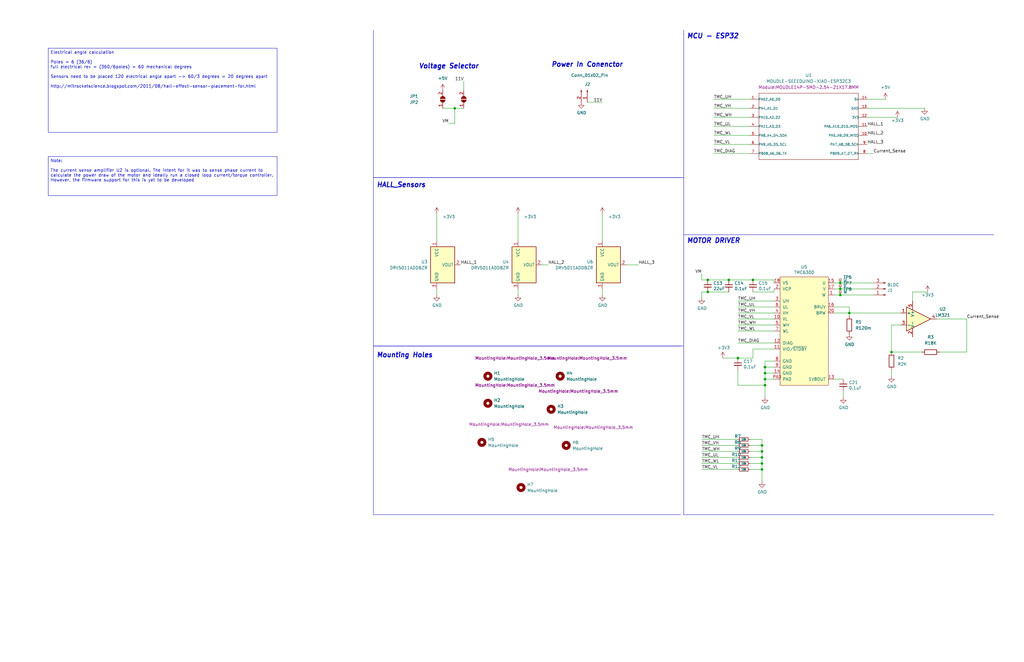
<source format=kicad_sch>
(kicad_sch (version 20230121) (generator eeschema)
  (paper "B")
  (title_block (title "PCB_Motor") (company "Saral Tayal / Rexlab"))
  (lib_symbols
    (symbol "Amplifier_Operational:LM321" (pin_names (offset 0.127))
      (property "Reference" "U" (at 0 7.62 0))
      (property "Value" "LM321" (at 0 5.08 0))
      (symbol "LM321_0_1"
        (polyline (pts (xy -5.08 5.08) (xy 5.08 0) (xy -5.08 -5.08) (xy -5.08 5.08)) (stroke (width 0.254)) (fill (type background)))
      )
      (symbol "LM321_1_1"
        (pin input line (at -7.62 2.54 0) (length 2.54) (name "+") (number "1"))
        (pin power_in line (at -2.54 -7.62 90) (length 3.81) (name "V-") (number "2"))
        (pin input line (at -7.62 -2.54 0) (length 2.54) (name "-") (number "3"))
        (pin output line (at 7.62 0 180) (length 2.54) (name "~") (number "4"))
        (pin power_in line (at -2.54 7.62 270) (length 3.81) (name "V+") (number "5"))
      )
    )
    (symbol "Connector:Conn_01x02_Pin" (pin_names (offset 1.016) hide)
      (property "Reference" "J" (at 0 2.54 0))
      (property "Value" "Conn_01x02_Pin" (at 0 -5.08 0))
      (symbol "Conn_01x02_Pin_1_1"
        (polyline (pts (xy 1.27 -2.54) (xy 0.8636 -2.54)) (stroke (width 0.1524)))
        (polyline (pts (xy 1.27 0) (xy 0.8636 0)) (stroke (width 0.1524)))
        (rectangle (start 0.8636 -2.413) (end 0 -2.667) (stroke (width 0.1524)) (fill (type outline)))
        (rectangle (start 0.8636 0.127) (end 0 -0.127) (stroke (width 0.1524)) (fill (type outline)))
        (pin passive line (at 5.08 0 180) (length 3.81) (name "Pin_1") (number "1"))
        (pin passive line (at 5.08 -2.54 180) (length 3.81) (name "Pin_2") (number "2"))
      )
    )
    (symbol "Connector:Conn_01x03_Male" (pin_names (offset 1.016) hide)
      (property "Reference" "J" (at 0 5.08 0))
      (property "Value" "Conn_01x03_Male" (at 0 -5.08 0))
      (symbol "Conn_01x03_Male_1_1"
        (polyline (pts (xy 1.27 -2.54) (xy 0.8636 -2.54)) (stroke (width 0.1524)))
        (polyline (pts (xy 1.27 0) (xy 0.8636 0)) (stroke (width 0.1524)))
        (polyline (pts (xy 1.27 2.54) (xy 0.8636 2.54)) (stroke (width 0.1524)))
        (rectangle (start 0.8636 -2.413) (end 0 -2.667) (stroke (width 0.1524)) (fill (type outline)))
        (rectangle (start 0.8636 0.127) (end 0 -0.127) (stroke (width 0.1524)) (fill (type outline)))
        (rectangle (start 0.8636 2.667) (end 0 2.413) (stroke (width 0.1524)) (fill (type outline)))
        (pin passive line (at 5.08 2.54 180) (length 3.81) (name "Pin_1") (number "1"))
        (pin passive line (at 5.08 0 180) (length 3.81) (name "Pin_2") (number "2"))
        (pin passive line (at 5.08 -2.54 180) (length 3.81) (name "Pin_3") (number "3"))
      )
    )
    (symbol "Connector:TestPoint_Small" (pin_numbers hide) (pin_names (offset 0.762) hide)
      (property "Reference" "TP" (at 0 3.81 0))
      (property "Value" "TestPoint_Small" (at 0 2.032 0))
      (symbol "TestPoint_Small_0_1"
        (circle (center 0 0) (radius 0.508))
      )
      (symbol "TestPoint_Small_1_1"
        (pin passive line (at 0 0 90) (length 0) (name "1") (number "1"))
      )
    )
    (symbol "Device:C_Small" (pin_numbers hide) (pin_names (offset 0.254) hide)
      (property "Reference" "C" (at 0.254 1.778 0))
      (property "Value" "C_Small" (at 0.254 -2.032 0))
      (symbol "C_Small_0_1"
        (polyline (pts (xy -1.524 -0.508) (xy 1.524 -0.508)) (stroke (width 0.3302)))
        (polyline (pts (xy -1.524 0.508) (xy 1.524 0.508)) (stroke (width 0.3048)))
      )
      (symbol "C_Small_1_1"
        (pin passive line (at 0 2.54 270) (length 2.032) (name "~") (number "1"))
        (pin passive line (at 0 -2.54 90) (length 2.032) (name "~") (number "2"))
      )
    )
    (symbol "Device:R" (pin_numbers hide) (pin_names (offset 0))
      (property "Reference" "R" (at 2.032 0 90))
      (property "Value" "R" (at 0 0 90))
      (symbol "R_0_1"
        (rectangle (start -1.016 -2.54) (end 1.016 2.54) (stroke (width 0.254)))
      )
      (symbol "R_1_1"
        (pin passive line (at 0 3.81 270) (length 1.27) (name "~") (number "1"))
        (pin passive line (at 0 -3.81 90) (length 1.27) (name "~") (number "2"))
      )
    )
    (symbol "Device:R_Small" (pin_numbers hide) (pin_names (offset 0.254) hide)
      (property "Reference" "R" (at 0.762 0.508 0))
      (property "Value" "R_Small" (at 0.762 -1.016 0))
      (symbol "R_Small_0_1"
        (rectangle (start -0.762 1.778) (end 0.762 -1.778) (stroke (width 0.2032)))
      )
      (symbol "R_Small_1_1"
        (pin passive line (at 0 2.54 270) (length 0.762) (name "~") (number "1"))
        (pin passive line (at 0 -2.54 90) (length 0.762) (name "~") (number "2"))
      )
    )
    (symbol "Jumper:SolderJumper_2_Open" (pin_names (offset 0) hide)
      (property "Reference" "JP" (at 0 2.032 0))
      (property "Value" "SolderJumper_2_Open" (at 0 -2.54 0))
      (symbol "SolderJumper_2_Open_0_1"
        (arc (start -0.254 1.016) (mid -1.2656 0) (end -0.254 -1.016))
        (arc (start -0.254 1.016) (mid -1.2656 0) (end -0.254 -1.016) (fill (type outline)))
        (polyline (pts (xy -0.254 1.016) (xy -0.254 -1.016)))
        (polyline (pts (xy 0.254 1.016) (xy 0.254 -1.016)))
        (arc (start 0.254 -1.016) (mid 1.2656 0) (end 0.254 1.016))
        (arc (start 0.254 -1.016) (mid 1.2656 0) (end 0.254 1.016) (fill (type outline)))
      )
      (symbol "SolderJumper_2_Open_1_1"
        (pin passive line (at -3.81 0 0) (length 2.54) (name "A") (number "1"))
        (pin passive line (at 3.81 0 180) (length 2.54) (name "B") (number "2"))
      )
    )
    (symbol "MOUDLE-SEEEDUINO-XIAO-ESP32C3:MOUDLE-SEEEDUINO-XIAO-ESP32C3" (pin_names (offset 1.016))
      (property "Reference" "U" (at -21.59 15.24 0))
      (property "Value" "MOUDLE-SEEEDUINO-XIAO-ESP32C3" (at -21.59 13.97 0))
      (property "Footprint" "MOUDLE14P-SMD-2.54-21X17.8MM" (at 0 0 0))
      (symbol "MOUDLE-SEEEDUINO-XIAO-ESP32C3_0_0"
        (polyline (pts (xy -21.59 -13.97) (xy -21.59 0)) (stroke (width 0.1524)))
        (polyline (pts (xy -21.59 -11.43) (xy -22.86 -11.43)) (stroke (width 0.1524)))
        (polyline (pts (xy -21.59 -7.62) (xy -22.86 -7.62)) (stroke (width 0.1524)))
        (polyline (pts (xy -21.59 -3.81) (xy -22.86 -3.81)) (stroke (width 0.1524)))
        (polyline (pts (xy -21.59 0) (xy -22.86 0)) (stroke (width 0.1524)))
        (polyline (pts (xy -21.59 0) (xy -21.59 3.81)) (stroke (width 0.1524)))
        (polyline (pts (xy -21.59 3.81) (xy -22.86 3.81)) (stroke (width 0.1524)))
        (polyline (pts (xy -21.59 3.81) (xy -21.59 7.62)) (stroke (width 0.1524)))
        (polyline (pts (xy -21.59 7.62) (xy -22.86 7.62)) (stroke (width 0.1524)))
        (polyline (pts (xy -21.59 7.62) (xy -21.59 11.43)) (stroke (width 0.1524)))
        (polyline (pts (xy -21.59 11.43) (xy -22.86 11.43)) (stroke (width 0.1524)))
        (polyline (pts (xy -21.59 11.43) (xy -21.59 13.97)) (stroke (width 0.1524)))
        (polyline (pts (xy -21.59 13.97) (xy 20.32 13.97)) (stroke (width 0.1524)))
        (polyline (pts (xy 20.32 -13.97) (xy -21.59 -13.97)) (stroke (width 0.1524)))
        (polyline (pts (xy 20.32 3.81) (xy 20.32 -13.97)) (stroke (width 0.1524)))
        (polyline (pts (xy 20.32 7.62) (xy 20.32 3.81)) (stroke (width 0.1524)))
        (polyline (pts (xy 20.32 11.43) (xy 20.32 7.62)) (stroke (width 0.1524)))
        (polyline (pts (xy 20.32 13.97) (xy 20.32 11.43)) (stroke (width 0.1524)))
        (polyline (pts (xy 21.59 -11.43) (xy 20.32 -11.43)) (stroke (width 0.1524)))
        (polyline (pts (xy 21.59 -7.62) (xy 20.32 -7.62)) (stroke (width 0.1524)))
        (polyline (pts (xy 21.59 -3.81) (xy 20.32 -3.81)) (stroke (width 0.1524)))
        (polyline (pts (xy 21.59 0) (xy 20.32 0)) (stroke (width 0.1524)))
        (polyline (pts (xy 21.59 3.81) (xy 20.32 3.81)) (stroke (width 0.1524)))
        (polyline (pts (xy 21.59 7.62) (xy 20.32 7.62)) (stroke (width 0.1524)))
        (polyline (pts (xy 21.59 11.43) (xy 20.32 11.43)) (stroke (width 0.1524)))
        (pin bidirectional line (at -25.4 11.43 0) (length 2.54) (name "PA02_A0_D0") (number "1"))
        (pin bidirectional line (at 24.13 -3.81 180) (length 2.54) (name "PA5_A9_D9_MISO") (number "10"))
        (pin bidirectional line (at 24.13 0 180) (length 2.54) (name "PA6_A10_D10_MOSI") (number "11"))
        (pin bidirectional line (at 24.13 3.81 180) (length 2.54) (name "3V3") (number "12"))
        (pin bidirectional line (at 24.13 7.62 180) (length 2.54) (name "GND") (number "13"))
        (pin bidirectional line (at 24.13 11.43 180) (length 2.54) (name "5V") (number "14"))
        (pin bidirectional line (at -25.4 7.62 0) (length 2.54) (name "PA4_A1_D1") (number "2"))
        (pin bidirectional line (at -25.4 3.81 0) (length 2.54) (name "PA10_A2_D2") (number "3"))
        (pin bidirectional line (at -25.4 0 0) (length 2.54) (name "PA11_A3_D3") (number "4"))
        (pin bidirectional line (at -25.4 -3.81 0) (length 2.54) (name "PA8_A4_D4_SDA") (number "5"))
        (pin bidirectional line (at -25.4 -7.62 0) (length 2.54) (name "PA9_A5_D5_SCL") (number "6"))
        (pin bidirectional line (at -25.4 -11.43 0) (length 2.54) (name "PB08_A6_D6_TX") (number "7"))
        (pin bidirectional line (at 24.13 -11.43 180) (length 2.54) (name "PB09_A7_D7_RX") (number "8"))
        (pin bidirectional line (at 24.13 -7.62 180) (length 2.54) (name "PA7_A8_D8_SCK") (number "9"))
      )
    )
    (symbol "Mechanical:MountingHole" (pin_names (offset 1.016))
      (property "Reference" "H" (at 0 5.08 0))
      (property "Value" "MountingHole" (at 0 3.175 0))
      (symbol "MountingHole_0_1"
        (circle (center 0 0) (radius 1.27) (stroke (width 1.27)))
      )
    )
    (symbol "Sensor_Magnetic:A1101ELHL"
      (property "Reference" "U" (at 0 11.43 0))
      (property "Value" "A1101ELHL" (at 0 8.89 0))
      (symbol "A1101ELHL_0_1"
        (rectangle (start -5.08 7.62) (end 5.08 -7.62) (stroke (width 0.254)) (fill (type background)))
      )
      (symbol "A1101ELHL_1_1"
        (pin power_in line (at -2.54 10.16 270) (length 2.54) (name "VCC") (number "1"))
        (pin open_collector line (at 7.62 0 180) (length 2.54) (name "VOUT") (number "2"))
        (pin power_in line (at -2.54 -10.16 90) (length 2.54) (name "GND") (number "3"))
      )
    )
    (symbol "Trinamic:TMC6300" (pin_names (offset 1.016))
      (property "Reference" "U" (at 0 2.54 0))
      (property "Value" "TMC6300" (at 0 0 0))
      (symbol "TMC6300_0_1"
        (rectangle (start -10.16 22.86) (end 10.16 -22.86) (fill (type background)))
      )
      (symbol "TMC6300_1_1"
        (pin output line (at 12.7 15.24 180) (length 2.54) (name "W") (number "1"))
        (pin input line (at -12.7 5.08 0) (length 2.54) (name "VL") (number "10"))
        (pin power_in line (at -12.7 -7.62 0) (length 2.54) (name "VIO/~{STDBY}") (number "11"))
        (pin output line (at -12.7 -5.08 0) (length 2.54) (name "DIAG") (number "12"))
        (pin power_out line (at 12.7 -20.32 180) (length 2.54) (name "1V8OUT") (number "13"))
        (pin power_in line (at -12.7 -17.78 0) (length 2.54) (name "GND") (number "14"))
        (pin output line (at 12.7 20.32 180) (length 2.54) (name "U") (number "15"))
        (pin passive line (at 12.7 10.16 180) (length 2.54) (name "BRUV") (number "16"))
        (pin output line (at 12.7 17.78 180) (length 2.54) (name "V") (number "17"))
        (pin power_in line (at -12.7 20.32 0) (length 2.54) (name "VS") (number "18"))
        (pin no_connect line (at 12.7 -17.78 180) (length 2.54) hide (name "NC") (number "19"))
        (pin bidirectional line (at -12.7 17.78 0) (length 2.54) (name "VCP") (number "2"))
        (pin passive line (at 12.7 7.62 180) (length 2.54) (name "BRW") (number "20"))
        (pin input line (at -12.7 12.7 0) (length 2.54) (name "UH") (number "3"))
        (pin input line (at -12.7 7.62 0) (length 2.54) (name "VH") (number "4"))
        (pin input line (at -12.7 2.54 0) (length 2.54) (name "WH") (number "5"))
        (pin input line (at -12.7 10.16 0) (length 2.54) (name "UL") (number "6"))
        (pin input line (at -12.7 0 0) (length 2.54) (name "WL") (number "7"))
        (pin power_in line (at -12.7 -12.7 0) (length 2.54) (name "GND") (number "8"))
        (pin power_in line (at -12.7 -15.24 0) (length 2.54) (name "GND") (number "9"))
        (pin power_in line (at -12.7 -20.32 0) (length 2.54) (name "PAD") (number "PAD"))
      )
    )
    (symbol "power:+3.3V" (power) (pin_names (offset 0))
      (property "Value" "+3.3V" (at 0 3.556 0))
      (symbol "+3.3V_0_1"
        (polyline (pts (xy -0.762 1.27) (xy 0 2.54)))
        (polyline (pts (xy 0 0) (xy 0 2.54)))
        (polyline (pts (xy 0 2.54) (xy 0.762 1.27)))
      )
      (symbol "+3.3V_1_1"
        (pin power_in line (at 0 0 90) (length 0) hide (name "+3V3") (number "1"))
      )
    )
    (symbol "power:+5V" (power) (pin_names (offset 0))
      (property "Value" "+5V" (at 0 3.556 0))
      (symbol "+5V_0_1"
        (polyline (pts (xy -0.762 1.27) (xy 0 2.54)))
        (polyline (pts (xy 0 0) (xy 0 2.54)))
        (polyline (pts (xy 0 2.54) (xy 0.762 1.27)))
      )
      (symbol "+5V_1_1"
        (pin power_in line (at 0 0 90) (length 0) hide (name "+5V") (number "1"))
      )
    )
    (symbol "power:GND" (power) (pin_names (offset 0))
      (property "Value" "GND" (at 0 -3.81 0))
      (symbol "GND_0_1"
        (polyline (pts (xy 0 0) (xy 0 -1.27) (xy 1.27 -1.27) (xy 0 -2.54) (xy -1.27 -1.27) (xy 0 -1.27)))
      )
      (symbol "GND_1_1"
        (pin power_in line (at 0 0 270) (length 0) hide (name "GND") (number "1"))
      )
    )
  )
  (junction (at 298.45 118.11))
  (junction (at 307.34 118.11))
  (junction (at 321.31 198.12))
  (junction (at 322.58 160.02))
  (junction (at 354.33 121.92))
  (junction (at 321.31 193.04))
  (junction (at 298.45 123.19))
  (junction (at 375.92 148.59))
  (junction (at 317.5 118.11))
  (junction (at 191.77 45.72))
  (junction (at 322.58 162.56))
  (junction (at 321.31 187.96))
  (junction (at 322.58 157.48))
  (junction (at 311.15 151.13))
  (junction (at 354.33 124.46))
  (junction (at 321.31 190.5))
  (junction (at 354.33 119.38))
  (junction (at 358.14 132.08))
  (junction (at 322.58 154.94))
  (junction (at 321.31 195.58))
  (wire (pts (xy 391.16 123.19) (xy 384.81 123.19)))
  (wire (pts (xy 316.23 64.77) (xy 300.99 64.77)))
  (wire (pts (xy 295.91 118.11) (xy 298.45 118.11)))
  (wire (pts (xy 321.31 185.42) (xy 321.31 187.96)))
  (wire (pts (xy 321.31 198.12) (xy 321.31 203.2)))
  (wire (pts (xy 351.79 132.08) (xy 358.14 132.08)))
  (wire (pts (xy 184.15 124.46) (xy 184.15 121.92)))
  (wire (pts (xy 326.39 160.02) (xy 322.58 160.02)))
  (wire (pts (xy 254 124.46) (xy 254 121.92)))
  (wire (pts (xy 379.73 137.16) (xy 375.92 137.16)))
  (wire (pts (xy 326.39 139.7) (xy 311.15 139.7)))
  (wire (pts (xy 254 43.18) (xy 247.65 43.18)))
  (wire (pts (xy 184.15 90.17) (xy 184.15 101.6)))
  (wire (pts (xy 304.8 151.13) (xy 311.15 151.13)))
  (wire (pts (xy 351.79 160.02) (xy 355.6 160.02)))
  (wire (pts (xy 384.81 123.19) (xy 384.81 127)))
  (wire (pts (xy 298.45 118.11) (xy 307.34 118.11)))
  (wire (pts (xy 354.33 119.38) (xy 368.3 119.38)))
  (wire (pts (xy 326.39 134.62) (xy 311.15 134.62)))
  (wire (pts (xy 218.44 90.17) (xy 218.44 101.6)))
  (wire (pts (xy 322.58 152.4) (xy 326.39 152.4)))
  (wire (pts (xy 394.97 134.62) (xy 407.67 134.62)))
  (wire (pts (xy 295.91 123.19) (xy 298.45 123.19)))
  (wire (pts (xy 218.44 124.46) (xy 218.44 121.92)))
  (wire (pts (xy 322.58 157.48) (xy 322.58 154.94)))
  (wire (pts (xy 322.58 160.02) (xy 322.58 157.48)))
  (wire (pts (xy 316.23 45.72) (xy 300.99 45.72)))
  (wire (pts (xy 326.39 127) (xy 311.15 127)))
  (wire (pts (xy 254 90.17) (xy 254 101.6)))
  (wire (pts (xy 317.5 151.13) (xy 317.5 147.32)))
  (wire (pts (xy 321.31 187.96) (xy 321.31 190.5)))
  (wire (pts (xy 316.23 190.5) (xy 321.31 190.5)))
  (wire (pts (xy 189.23 52.07) (xy 191.77 52.07)))
  (wire (pts (xy 316.23 53.34) (xy 300.99 53.34)))
  (wire (pts (xy 321.31 195.58) (xy 321.31 198.12)))
  (wire (pts (xy 317.5 118.11) (xy 307.34 118.11)))
  (wire (pts (xy 311.15 198.12) (xy 295.91 198.12)))
  (polyline (pts (xy 157.48 146.05) (xy 288.29 146.05)))
  (wire (pts (xy 322.58 162.56) (xy 322.58 160.02)))
  (polyline (pts (xy 288.29 99.06) (xy 288.29 12.7)))
  (wire (pts (xy 354.33 124.46) (xy 351.79 124.46)))
  (wire (pts (xy 311.15 156.21) (xy 311.15 162.56)))
  (wire (pts (xy 316.23 41.91) (xy 300.99 41.91)))
  (wire (pts (xy 326.39 154.94) (xy 322.58 154.94)))
  (wire (pts (xy 295.91 115.57) (xy 295.91 118.11)))
  (wire (pts (xy 311.15 193.04) (xy 295.91 193.04)))
  (wire (pts (xy 321.31 187.96) (xy 316.23 187.96)))
  (wire (pts (xy 375.92 137.16) (xy 375.92 148.59)))
  (wire (pts (xy 316.23 49.53) (xy 300.99 49.53)))
  (wire (pts (xy 351.79 129.54) (xy 358.14 129.54)))
  (wire (pts (xy 311.15 162.56) (xy 322.58 162.56)))
  (wire (pts (xy 326.39 118.11) (xy 317.5 118.11)))
  (wire (pts (xy 191.77 45.72) (xy 195.58 45.72)))
  (wire (pts (xy 322.58 154.94) (xy 322.58 152.4)))
  (wire (pts (xy 354.33 118.11) (xy 354.33 119.38)))
  (wire (pts (xy 316.23 195.58) (xy 321.31 195.58)))
  (polyline (pts (xy 288.29 217.17) (xy 288.29 99.06)))
  (wire (pts (xy 358.14 132.08) (xy 379.73 132.08)))
  (wire (pts (xy 321.31 190.5) (xy 321.31 193.04)))
  (wire (pts (xy 355.6 165.1) (xy 355.6 167.64)))
  (polyline (pts (xy 157.48 146.05) (xy 287.02 146.05)))
  (wire (pts (xy 358.14 133.35) (xy 358.14 132.08)))
  (wire (pts (xy 326.39 123.19) (xy 326.39 121.92)))
  (wire (pts (xy 322.58 157.48) (xy 326.39 157.48)))
  (wire (pts (xy 326.39 119.38) (xy 326.39 118.11)))
  (wire (pts (xy 326.39 147.32) (xy 317.5 147.32)))
  (wire (pts (xy 354.33 120.65) (xy 354.33 121.92)))
  (wire (pts (xy 375.92 156.21) (xy 375.92 158.75)))
  (wire (pts (xy 351.79 121.92) (xy 354.33 121.92)))
  (wire (pts (xy 375.92 148.59) (xy 388.62 148.59)))
  (wire (pts (xy 368.3 64.77) (xy 365.76 64.77)))
  (wire (pts (xy 351.79 119.38) (xy 354.33 119.38)))
  (wire (pts (xy 326.39 137.16) (xy 311.15 137.16)))
  (wire (pts (xy 326.39 144.78) (xy 311.15 144.78)))
  (wire (pts (xy 407.67 134.62) (xy 407.67 148.59)))
  (wire (pts (xy 311.15 185.42) (xy 295.91 185.42)))
  (polyline (pts (xy 288.29 99.06) (xy 419.1 99.06)))
  (wire (pts (xy 358.14 129.54) (xy 358.14 132.08)))
  (wire (pts (xy 295.91 123.19) (xy 295.91 125.73)))
  (polyline (pts (xy 157.48 146.05) (xy 157.48 74.93)))
  (wire (pts (xy 365.76 45.72) (xy 389.89 45.72)))
  (wire (pts (xy 311.15 187.96) (xy 295.91 187.96)))
  (wire (pts (xy 311.15 195.58) (xy 295.91 195.58)))
  (wire (pts (xy 373.38 41.91) (xy 365.76 41.91)))
  (wire (pts (xy 407.67 148.59) (xy 396.24 148.59)))
  (wire (pts (xy 186.69 45.72) (xy 191.77 45.72)))
  (polyline (pts (xy 157.48 74.93) (xy 287.02 74.93)))
  (wire (pts (xy 316.23 57.15) (xy 300.99 57.15)))
  (wire (pts (xy 311.15 151.13) (xy 317.5 151.13)))
  (wire (pts (xy 195.58 34.29) (xy 195.58 38.1)))
  (wire (pts (xy 326.39 129.54) (xy 311.15 129.54)))
  (wire (pts (xy 307.34 123.19) (xy 298.45 123.19)))
  (wire (pts (xy 365.76 49.53) (xy 378.46 49.53)))
  (wire (pts (xy 316.23 60.96) (xy 300.99 60.96)))
  (wire (pts (xy 231.14 111.76) (xy 228.6 111.76)))
  (wire (pts (xy 316.23 193.04) (xy 321.31 193.04)))
  (wire (pts (xy 316.23 198.12) (xy 321.31 198.12)))
  (wire (pts (xy 322.58 167.64) (xy 322.58 162.56)))
  (wire (pts (xy 269.24 111.76) (xy 264.16 111.76)))
  (polyline (pts (xy 157.48 74.93) (xy 157.48 12.7)))
  (wire (pts (xy 354.33 124.46) (xy 368.3 124.46)))
  (polyline (pts (xy 157.48 74.93) (xy 288.29 74.93)))
  (polyline (pts (xy 157.48 217.17) (xy 287.02 217.17)))
  (wire (pts (xy 316.23 185.42) (xy 321.31 185.42)))
  (polyline (pts (xy 288.29 217.17) (xy 419.1 217.17)))
  (wire (pts (xy 354.33 121.92) (xy 368.3 121.92)))
  (wire (pts (xy 326.39 132.08) (xy 311.15 132.08)))
  (wire (pts (xy 317.5 123.19) (xy 326.39 123.19)))
  (wire (pts (xy 191.77 52.07) (xy 191.77 45.72)))
  (wire (pts (xy 311.15 190.5) (xy 295.91 190.5)))
  (wire (pts (xy 321.31 193.04) (xy 321.31 195.58)))
  (wire (pts (xy 354.33 123.19) (xy 354.33 124.46)))
  (polyline (pts (xy 157.48 217.17) (xy 157.48 146.05)))
  (text_box "Note:\n\nThe current sense amplifier U2 is optional. The intent for it was to sense phase current to calculate the power draw of the motor and ideally run a closed loop current/torque controller. However, the firmware support for this is yet to be developed" (at 20.32 66.04 0) (size 96.52 16.51) (effects (font (size 1.27 1.27)) (justify left top)))
  (text_box "Electrical angle calculation\n\nPoles = 6 (36/6)\nfull electrical rev = (360/6poles) = 60 mechanical degrees\n\nSensors need to be placed 120 electrical angle apart -> 60/3 degrees = 20 degrees apart\n\nhttp://mitrocketscience.blogspot.com/2011/08/hall-effect-sensor-placement-for.html" (at 20.32 20.32 0) (size 96.52 35.56) (effects (font (size 1.27 1.27)) (justify left top)))
  (text "Power In Conenctor\n\n" (at 232.41 31.75 0) (effects (font (size 2.0066 2.0066) (thickness 0.4013) bold italic) (justify left bottom)))
  (text "MCU - ESP32 " (at 289.56 16.51 0) (effects (font (size 2.0066 2.0066) (thickness 0.4013) bold italic) (justify left bottom)))
  (text "MOTOR DRIVER" (at 289.56 102.87 0) (effects (font (size 2.0066 2.0066) (thickness 0.4013) bold italic) (justify left bottom)))
  (text "Voltage Selector\n" (at 176.53 29.21 0) (effects (font (size 2.0066 2.0066) (thickness 0.4013) bold italic) (justify left bottom)))
  (text "HALL_Sensors\n\n" (at 158.75 82.55 0) (effects (font (size 2.0066 2.0066) (thickness 0.4013) bold italic) (justify left bottom)))
  (text "Mounting Holes\n" (at 158.75 151.13 0) (effects (font (size 2.0066 2.0066) (thickness 0.4013) bold italic) (justify left bottom)))
  (label "HALL_2" (at 365.76 57.15 0))
  (label "TMC_VL" (at 295.91 198.12 0))
  (label "TMC_DIAG" (at 300.99 64.77 0))
  (label "11V" (at 254 43.18 180))
  (label "HALL_3" (at 269.24 111.76 0))
  (label "TMC_VH" (at 300.99 45.72 0))
  (label "TMC_UL" (at 311.15 129.54 0))
  (label "TMC_DIAG" (at 311.15 144.78 0))
  (label "TMC_VH" (at 295.91 187.96 0))
  (label "HALL_3" (at 365.76 60.96 0))
  (label "VM" (at 189.23 52.07 180))
  (label "TMC_UL" (at 295.91 193.04 0))
  (label "TMC_UH" (at 311.15 127 0))
  (label "HALL_1" (at 365.76 53.34 0))
  (label "TMC_VL" (at 311.15 134.62 0))
  (label "TMC_WL" (at 300.99 57.15 0))
  (label "TMC_WH" (at 300.99 49.53 0))
  (label "TMC_UH" (at 300.99 41.91 0))
  (label "TMC_WH" (at 311.15 137.16 0))
  (label "TMC_WL" (at 295.91 195.58 0))
  (label "TMC_UH" (at 295.91 185.42 0))
  (label "TMC_WL" (at 311.15 139.7 0))
  (label "Current_Sense" (at 368.3 64.77 0))
  (label "TMC_UL" (at 300.99 53.34 0))
  (label "HALL_1" (at 194.31 111.76 0))
  (label "Current_Sense" (at 407.67 134.62 0))
  (label "TMC_WH" (at 295.91 190.5 0))
  (label "TMC_VH" (at 311.15 132.08 0))
  (label "11V" (at 195.58 34.29 180))
  (label "VM" (at 295.91 115.57 180))
  (label "TMC_VL" (at 300.99 60.96 0))
  (label "HALL_2" (at 231.14 111.76 0))
  (symbol (lib_id "Connector:Conn_01x03_Male") (at 373.38 121.92 180) (unit 1)
    (property "Reference" "J1" (at 374.0912 122.5296 0) (effects (justify right)))
    (property "Value" "BLDC" (at 374.0912 120.2182 0) (effects (justify right)))
    (property "Footprint" "Molex:532610371" (effects hide))
    (property "LCSC" "C293630" (effects hide))
    (property "Digikey" "WM7621CT-ND" (effects hide))
    (property "Mouser" "538-53261-0371" (effects hide))
  )
  (symbol (lib_id "Trinamic:TMC6300") (at 339.09 139.7 0) (unit 1)
    (property "Reference" "U5" (at 339.09 112.649 0))
    (property "Value" "TMC6300" (at 339.09 114.9604 0))
    (property "Footprint" "Modified:QFN-20-1EP_3x3mm_P0.4mm_EP1.65x1.65mm_ThermalVias_LargerViaHoles" (effects hide))
    (property "Digikey" "TMC6300-LA-T" (effects hide))
    (property "Mouser" "700-TMC6300-LA" (effects hide))
    (property "LCSC" "N/A" (effects hide))
  )
  (symbol (lib_id "Device:C_Small") (at 317.5 120.65 0) (unit 1)
    (property "Reference" "C15" (at 319.8368 119.4816 0) (effects (justify left)))
    (property "Value" "0.1uF" (at 319.8368 121.793 0) (effects (justify left)))
    (property "Footprint" "Capacitor_SMD:C_0603_1608Metric" (effects hide))
    (property "LCSC" "C1591" (effects hide))
    (property "Digikey" "1276-1935-1-ND" (effects hide))
    (property "Mouser" "187-CL10B104KB8NNWC" (effects hide))
  )
  (symbol (lib_id "Device:C_Small") (at 307.34 120.65 0) (unit 1)
    (property "Reference" "C14" (at 309.6768 119.4816 0) (effects (justify left)))
    (property "Value" "0.1uF" (at 309.6768 121.793 0) (effects (justify left)))
    (property "Footprint" "Capacitor_SMD:C_0603_1608Metric" (effects hide))
    (property "LCSC" "C1591" (effects hide))
    (property "Digikey" "1276-1935-1-ND" (effects hide))
    (property "Mouser" "187-CL10B104KB8NNWC" (effects hide))
  )
  (symbol (lib_id "Device:C_Small") (at 298.45 120.65 0) (unit 1)
    (property "Reference" "C13" (at 300.7868 119.4816 0) (effects (justify left)))
    (property "Value" "22uF" (at 300.7868 121.793 0) (effects (justify left)))
    (property "Footprint" "Capacitor_SMD:C_0805_2012Metric" (effects hide))
    (property "LCSC" "C98190" (effects hide))
    (property "Digikey" "1276-CL21A226MAYNNNECT-ND" (effects hide))
    (property "Mouser" "187-CL21A226MAYNNNE" (effects hide))
  )
  (symbol (lib_id "Device:C_Small") (at 355.6 162.56 0) (unit 1)
    (property "Reference" "C21" (at 357.9368 161.3916 0) (effects (justify left)))
    (property "Value" "0.1uF" (at 357.9368 163.703 0) (effects (justify left)))
    (property "Footprint" "Capacitor_SMD:C_0603_1608Metric" (effects hide))
    (property "LCSC" "C1591" (effects hide))
    (property "Digikey" "1276-1935-1-ND" (effects hide))
    (property "Mouser" "187-CL10B104KB8NNWC" (effects hide))
  )
  (symbol (lib_id "Device:C_Small") (at 311.15 153.67 0) (unit 1)
    (property "Reference" "C17" (at 313.4868 152.5016 0) (effects (justify left)))
    (property "Value" "0.1uF" (at 313.4868 154.813 0) (effects (justify left)))
    (property "Footprint" "Capacitor_SMD:C_0603_1608Metric" (effects hide))
    (property "LCSC" "C1591" (effects hide))
    (property "Digikey" "1276-1935-1-ND" (effects hide))
    (property "Mouser" "187-CL10B104KB8NNWC" (effects hide))
  )
  (symbol (lib_id "power:GND") (at 355.6 167.64 0) (unit 1)
    (property "Reference" "#PWR0107" (effects hide))
    (property "Value" "GND" (at 355.727 172.0342 0))
  )
  (symbol (lib_id "power:GND") (at 322.58 167.64 0) (unit 1)
    (property "Reference" "#PWR0108" (effects hide))
    (property "Value" "GND" (at 322.707 172.0342 0))
  )
  (symbol (lib_id "power:+3.3V") (at 304.8 151.13 0) (unit 1)
    (property "Reference" "#PWR0109" (effects hide))
    (property "Value" "+3.3V" (at 305.181 146.7358 0))
  )
  (symbol (lib_id "power:GND") (at 358.14 140.97 0) (unit 1)
    (property "Reference" "#PWR0110" (effects hide))
    (property "Value" "GND" (at 358.267 145.3642 0))
  )
  (symbol (lib_id "Device:R_Small") (at 313.69 185.42 90) (unit 1)
    (property "Reference" "R7" (at 312.42 184.15 90) (effects (justify left)))
    (property "Value" "10k" (at 313.69 185.42 90) (effects (font (size 0.7874 0.7874))))
    (property "Footprint" "Resistor_SMD:R_0603_1608Metric" (effects hide))
    (property "LCSC" "C98220" (effects hide))
    (property "Digikey" "RMCF0603JT10K0CT-ND" (effects hide))
    (property "Mouser" "652-CR0603FX-1002ELF" (effects hide))
  )
  (symbol (lib_id "Device:R_Small") (at 313.69 187.96 90) (unit 1)
    (property "Reference" "R8" (at 312.42 186.69 90) (effects (justify left)))
    (property "Value" "10k" (at 313.69 187.96 90) (effects (font (size 0.7874 0.7874))))
    (property "Footprint" "Resistor_SMD:R_0603_1608Metric" (effects hide))
    (property "LCSC" "C98220" (effects hide))
    (property "Digikey" "RMCF0603JT10K0CT-ND" (effects hide))
    (property "Mouser" "652-CR0603FX-1002ELF" (effects hide))
  )
  (symbol (lib_id "Device:R_Small") (at 313.69 190.5 90) (unit 1)
    (property "Reference" "R9" (at 312.42 189.23 90) (effects (justify left)))
    (property "Value" "10k" (at 313.69 190.5 90) (effects (font (size 0.7874 0.7874))))
    (property "Footprint" "Resistor_SMD:R_0603_1608Metric" (effects hide))
    (property "LCSC" "C98220" (effects hide))
    (property "Digikey" "RMCF0603JT10K0CT-ND" (effects hide))
    (property "Mouser" "652-CR0603FX-1002ELF" (effects hide))
  )
  (symbol (lib_id "Device:R_Small") (at 313.69 193.04 90) (unit 1)
    (property "Reference" "R10" (at 312.42 191.77 90) (effects (justify left)))
    (property "Value" "10k" (at 313.69 193.04 90) (effects (font (size 0.7874 0.7874))))
    (property "Footprint" "Resistor_SMD:R_0603_1608Metric" (effects hide))
    (property "LCSC" "C98220" (effects hide))
    (property "Digikey" "RMCF0603JT10K0CT-ND" (effects hide))
    (property "Mouser" "652-CR0603FX-1002ELF" (effects hide))
  )
  (symbol (lib_id "Device:R_Small") (at 313.69 195.58 90) (unit 1)
    (property "Reference" "R11" (at 312.42 194.31 90) (effects (justify left)))
    (property "Value" "10k" (at 313.69 195.58 90) (effects (font (size 0.7874 0.7874))))
    (property "Footprint" "Resistor_SMD:R_0603_1608Metric" (effects hide))
    (property "LCSC" "C98220" (effects hide))
    (property "Digikey" "RMCF0603JT10K0CT-ND" (effects hide))
    (property "Mouser" "652-CR0603FX-1002ELF" (effects hide))
  )
  (symbol (lib_id "Device:R_Small") (at 313.69 198.12 90) (unit 1)
    (property "Reference" "R12" (at 312.42 196.85 90) (effects (justify left)))
    (property "Value" "10k" (at 313.69 198.12 90) (effects (font (size 0.7874 0.7874))))
    (property "Footprint" "Resistor_SMD:R_0603_1608Metric" (effects hide))
    (property "LCSC" "C98220" (effects hide))
    (property "Digikey" "RMCF0603JT10K0CT-ND" (effects hide))
    (property "Mouser" "652-CR0603FX-1002ELF" (effects hide))
  )
  (symbol (lib_id "power:GND") (at 321.31 203.2 0) (unit 1)
    (property "Reference" "#PWR0135" (effects hide))
    (property "Value" "GND" (at 321.437 207.5942 0))
  )
  (symbol (lib_id "Connector:TestPoint_Small") (at 354.33 118.11 0) (unit 1)
    (property "Reference" "TP6" (at 355.5492 116.9416 0) (effects (justify left)))
    (property "Value" "U" (at 355.6 118.11 0) (effects (justify left)))
    (property "Footprint" "Modified:TestPoint_Pad_D2.0mm_ValueSilk" (effects hide))
  )
  (symbol (lib_id "Connector:TestPoint_Small") (at 354.33 120.65 0) (unit 1)
    (property "Reference" "TP7" (at 355.5492 119.4816 0) (effects (justify left)))
    (property "Value" "V" (at 355.6 120.65 0) (effects (justify left)))
    (property "Footprint" "Modified:TestPoint_Pad_D2.0mm_ValueSilk" (effects hide))
  )
  (symbol (lib_id "Connector:TestPoint_Small") (at 354.33 123.19 0) (unit 1)
    (property "Reference" "TP8" (at 355.5492 122.0216 0) (effects (justify left)))
    (property "Value" "W" (at 355.6 123.19 0) (effects (justify left)))
    (property "Footprint" "Modified:TestPoint_Pad_D2.0mm_ValueSilk" (effects hide))
  )
  (symbol (lib_id "power:GND") (at 389.89 45.72 0) (unit 1)
    (property "Reference" "#PWR0128" (effects hide))
    (property "Value" "GND" (at 390.017 50.1142 0))
  )
  (symbol (lib_id "power:GND") (at 295.91 125.73 0) (unit 1)
    (property "Reference" "#PWR0132" (effects hide))
    (property "Value" "GND" (at 296.037 130.1242 0))
  )
  (symbol (lib_id "power:GND") (at 245.11 43.18 0) (unit 1)
    (property "Reference" "#PWR04" (effects hide))
    (property "Value" "GND" (at 245.237 47.5742 0))
  )
  (symbol (lib_id "power:+5V") (at 373.38 41.91 0) (unit 1)
    (property "Reference" "#PWR05" (effects hide))
    (property "Value" "+5V" (at 373.38 36.83 0))
  )
  (symbol (lib_id "power:+3.3V") (at 218.44 90.17 0) (unit 1)
    (property "Reference" "#PWR08" (effects hide))
    (property "Value" "+3.3V" (at 223.52 91.44 0))
  )
  (symbol (lib_id "Device:R") (at 392.43 148.59 90) (unit 1)
    (property "Reference" "R3" (at 392.43 142.24 90))
    (property "Value" "R18K" (at 392.43 144.78 90))
    (property "Footprint" "Resistor_SMD:R_0603_1608Metric" (effects hide))
  )
  (symbol (lib_id "Jumper:SolderJumper_2_Open") (at 186.69 41.91 90) (unit 1)
    (property "Reference" "JP1" (at 172.72 40.64 90) (effects (justify right)))
    (property "Value" "SolderJumper_2_Open" (effects hide))
    (property "Footprint" "Jumper:SolderJumper-2_P1.3mm_Open_TrianglePad1.0x1.5mm" (effects hide))
  )
  (symbol (lib_id "Device:R") (at 358.14 137.16 0) (unit 1)
    (property "Reference" "R1" (at 360.68 135.89 0) (effects (justify left)))
    (property "Value" "R120m" (at 360.68 138.43 0) (effects (justify left)))
    (property "Footprint" "Resistor_SMD:R_1206_3216Metric" (effects hide))
  )
  (symbol (lib_id "power:+3.3V") (at 254 90.17 0) (unit 1)
    (property "Reference" "#PWR09" (effects hide))
    (property "Value" "+3.3V" (at 259.08 91.44 0))
  )
  (symbol (lib_id "power:+3.3V") (at 378.46 49.53 0) (unit 1)
    (property "Reference" "#PWR03" (effects hide))
    (property "Value" "+3.3V" (at 378.46 50.8 0))
  )
  (symbol (lib_id "Mechanical:MountingHole") (at 232.41 172.72 0) (unit 1)
    (property "Reference" "H3" (at 234.95 171.45 0) (effects (justify left)))
    (property "Value" "MountingHole" (at 234.95 173.99 0) (effects (justify left)))
    (property "Footprint" "MountingHole:MountingHole_3.5mm" (at 243.84 165.1 0))
  )
  (symbol (lib_id "Mechanical:MountingHole") (at 205.74 158.75 0) (unit 1)
    (property "Reference" "H1" (at 208.28 157.48 0) (effects (justify left)))
    (property "Value" "MountingHole" (at 208.28 160.02 0) (effects (justify left)))
    (property "Footprint" "MountingHole:MountingHole_3.5mm" (at 217.17 151.13 0))
  )
  (symbol (lib_id "MOUDLE-SEEEDUINO-XIAO-ESP32C3:MOUDLE-SEEEDUINO-XIAO-ESP32C3") (at 341.63 53.34 0) (unit 1)
    (property "Reference" "U1" (at 340.995 31.75 0))
    (property "Value" "MOUDLE-SEEEDUINO-XIAO-ESP32C3" (at 340.995 34.29 0))
    (property "Footprint" "Module:MOUDLE14P-SMD-2.54-21X17.8MM" (at 340.995 36.83 0))
  )
  (symbol (lib_id "Jumper:SolderJumper_2_Open") (at 195.58 41.91 90) (unit 1)
    (property "Reference" "JP2" (at 172.72 43.18 90) (effects (justify right)))
    (property "Value" "SolderJumper_2_Open" (effects hide))
    (property "Footprint" "Jumper:SolderJumper-2_P1.3mm_Open_TrianglePad1.0x1.5mm" (effects hide))
  )
  (symbol (lib_id "Mechanical:MountingHole") (at 219.71 205.74 0) (unit 1)
    (property "Reference" "H7" (at 222.25 204.47 0) (effects (justify left)))
    (property "Value" "MountingHole" (at 222.25 207.01 0) (effects (justify left)))
    (property "Footprint" "MountingHole:MountingHole_3.5mm" (at 231.14 198.12 0))
  )
  (symbol (lib_id "Mechanical:MountingHole") (at 203.2 186.69 0) (unit 1)
    (property "Reference" "H5" (at 205.74 185.42 0) (effects (justify left)))
    (property "Value" "MountingHole" (at 205.74 187.96 0) (effects (justify left)))
    (property "Footprint" "MountingHole:MountingHole_3.5mm" (at 214.63 179.07 0))
  )
  (symbol (lib_id "Mechanical:MountingHole") (at 238.76 187.96 0) (unit 1)
    (property "Reference" "H6" (at 241.3 186.69 0) (effects (justify left)))
    (property "Value" "MountingHole" (at 241.3 189.23 0) (effects (justify left)))
    (property "Footprint" "MountingHole:MountingHole_3.5mm" (at 250.19 180.34 0))
  )
  (symbol (lib_id "Sensor_Magnetic:A1101ELHL") (at 220.98 111.76 0) (unit 1)
    (property "Reference" "U4" (at 214.63 110.49 0) (effects (justify right)))
    (property "Value" "DRV5011ADDBZR" (at 214.63 113.03 0) (effects (justify right)))
    (property "Footprint" "Package_TO_SOT_SMD:SOT-23W" (effects hide))
    (property "Datasheet" "https://www.allegromicro.com/-/media/files/datasheets/a110x-datasheet.ashx" (effects hide))
  )
  (symbol (lib_id "Device:R") (at 375.92 152.4 0) (unit 1)
    (property "Reference" "R2" (at 378.46 151.13 0) (effects (justify left)))
    (property "Value" "R2K" (at 378.46 153.67 0) (effects (justify left)))
    (property "Footprint" "Resistor_SMD:R_0603_1608Metric" (effects hide))
  )
  (symbol (lib_id "power:GND") (at 254 124.46 0) (unit 1)
    (property "Reference" "#PWR010" (effects hide))
    (property "Value" "GND" (at 254.127 128.8542 0))
  )
  (symbol (lib_id "Connector:Conn_01x02_Pin") (at 247.65 38.1 270) (unit 1)
    (property "Reference" "J2" (at 248.92 35.56 90) (effects (justify right)))
    (property "Value" "Conn_01x02_Pin" (at 256.54 31.75 90) (effects (justify right)))
    (property "Footprint" "Connector_PinHeader_2.54mm:PinHeader_1x02_P2.54mm_Vertical" (effects hide))
  )
  (symbol (lib_id "Mechanical:MountingHole") (at 236.22 158.75 0) (unit 1)
    (property "Reference" "H4" (at 238.76 157.48 0) (effects (justify left)))
    (property "Value" "MountingHole" (at 238.76 160.02 0) (effects (justify left)))
    (property "Footprint" "MountingHole:MountingHole_3.5mm" (at 247.65 151.13 0))
  )
  (symbol (lib_id "power:GND") (at 375.92 158.75 0) (unit 1)
    (property "Reference" "#PWR02" (effects hide))
    (property "Value" "GND" (at 376.047 163.1442 0))
  )
  (symbol (lib_id "Mechanical:MountingHole") (at 205.74 170.18 0) (unit 1)
    (property "Reference" "H2" (at 208.28 168.91 0) (effects (justify left)))
    (property "Value" "MountingHole" (at 208.28 171.45 0) (effects (justify left)))
    (property "Footprint" "MountingHole:MountingHole_3.5mm" (at 217.17 162.56 0))
  )
  (symbol (lib_id "power:+3.3V") (at 391.16 123.19 0) (unit 1)
    (property "Reference" "#PWR01" (effects hide))
    (property "Value" "+3.3V" (at 391.16 124.46 0))
  )
  (symbol (lib_id "power:GND") (at 218.44 124.46 0) (unit 1)
    (property "Reference" "#PWR011" (effects hide))
    (property "Value" "GND" (at 218.567 128.8542 0))
  )
  (symbol (lib_id "power:+3.3V") (at 184.15 90.17 0) (unit 1)
    (property "Reference" "#PWR07" (effects hide))
    (property "Value" "+3.3V" (at 189.23 91.44 0))
  )
  (symbol (lib_id "Sensor_Magnetic:A1101ELHL") (at 186.69 111.76 0) (unit 1)
    (property "Reference" "U3" (at 180.34 110.49 0) (effects (justify right)))
    (property "Value" "DRV5011ADDBZR" (at 180.34 113.03 0) (effects (justify right)))
    (property "Footprint" "Package_TO_SOT_SMD:SOT-23W" (effects hide))
    (property "Datasheet" "https://www.allegromicro.com/-/media/files/datasheets/a110x-datasheet.ashx" (effects hide))
  )
  (symbol (lib_id "Sensor_Magnetic:A1101ELHL") (at 256.54 111.76 0) (unit 1)
    (property "Reference" "U6" (at 250.19 110.49 0) (effects (justify right)))
    (property "Value" "DRV5011ADDBZR" (at 250.19 113.03 0) (effects (justify right)))
    (property "Footprint" "Package_TO_SOT_SMD:SOT-23W" (effects hide))
    (property "Datasheet" "https://www.allegromicro.com/-/media/files/datasheets/a110x-datasheet.ashx" (effects hide))
  )
  (symbol (lib_id "Amplifier_Operational:LM321") (at 387.35 134.62 0) (unit 1)
    (property "Reference" "U2" (at 397.51 130.4291 0))
    (property "Value" "LM321" (at 397.51 132.9691 0))
    (property "Footprint" "Package_TO_SOT_SMD:SOT-23-5" (effects hide))
    (property "Datasheet" "http://www.ti.com/lit/ds/symlink/lm321.pdf" (effects hide))
  )
  (symbol (lib_id "power:+5V") (at 186.69 38.1 0) (unit 1)
    (property "Reference" "#PWR06" (effects hide))
    (property "Value" "+5V" (at 186.69 33.02 0))
  )
  (symbol (lib_id "power:GND") (at 184.15 124.46 0) (unit 1)
    (property "Reference" "#PWR012" (effects hide))
    (property "Value" "GND" (at 184.277 128.8542 0))
  )
)
</source>
